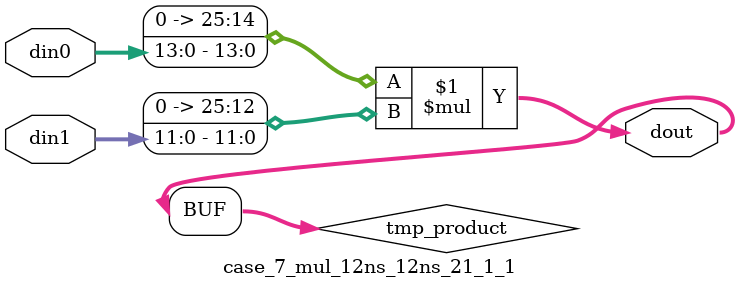
<source format=v>

`timescale 1 ns / 1 ps

 (* use_dsp = "no" *)  module case_7_mul_12ns_12ns_21_1_1(din0, din1, dout);
parameter ID = 1;
parameter NUM_STAGE = 0;
parameter din0_WIDTH = 14;
parameter din1_WIDTH = 12;
parameter dout_WIDTH = 26;

input [din0_WIDTH - 1 : 0] din0; 
input [din1_WIDTH - 1 : 0] din1; 
output [dout_WIDTH - 1 : 0] dout;

wire signed [dout_WIDTH - 1 : 0] tmp_product;
























assign tmp_product = $signed({1'b0, din0}) * $signed({1'b0, din1});











assign dout = tmp_product;





















endmodule

</source>
